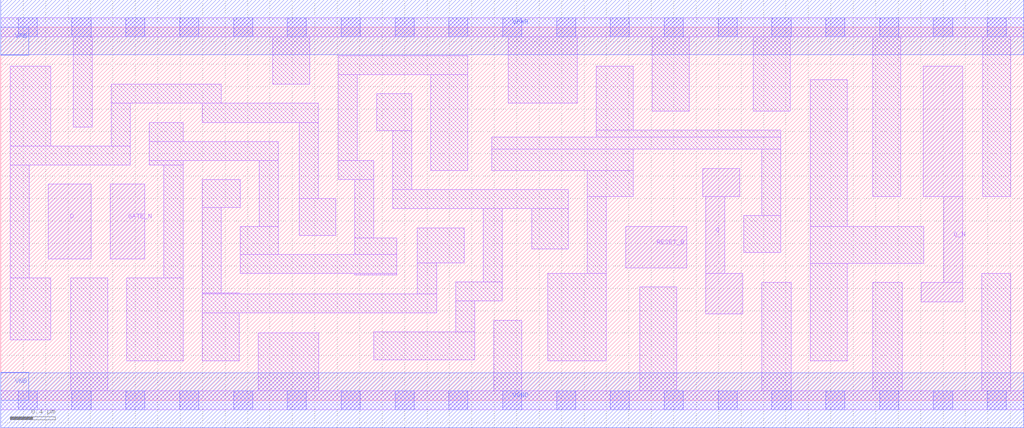
<source format=lef>
# Copyright 2020 The SkyWater PDK Authors
#
# Licensed under the Apache License, Version 2.0 (the "License");
# you may not use this file except in compliance with the License.
# You may obtain a copy of the License at
#
#     https://www.apache.org/licenses/LICENSE-2.0
#
# Unless required by applicable law or agreed to in writing, software
# distributed under the License is distributed on an "AS IS" BASIS,
# WITHOUT WARRANTIES OR CONDITIONS OF ANY KIND, either express or implied.
# See the License for the specific language governing permissions and
# limitations under the License.
#
# SPDX-License-Identifier: Apache-2.0

VERSION 5.5 ;
NAMESCASESENSITIVE ON ;
BUSBITCHARS "[]" ;
DIVIDERCHAR "/" ;
MACRO sky130_fd_sc_ms__dlrbn_2
  CLASS CORE ;
  SOURCE USER ;
  ORIGIN  0.000000  0.000000 ;
  SIZE  9.120000 BY  3.330000 ;
  SYMMETRY X Y ;
  SITE unit ;
  PIN D
    ANTENNAGATEAREA  0.208000 ;
    DIRECTION INPUT ;
    USE SIGNAL ;
    PORT
      LAYER li1 ;
        RECT 0.425000 1.260000 0.805000 1.930000 ;
    END
  END D
  PIN Q
    ANTENNADIFFAREA  0.543200 ;
    DIRECTION OUTPUT ;
    USE SIGNAL ;
    PORT
      LAYER li1 ;
        RECT 6.260000 1.820000 6.590000 2.070000 ;
        RECT 6.285000 0.770000 6.615000 1.130000 ;
        RECT 6.285000 1.130000 6.455000 1.820000 ;
    END
  END Q
  PIN Q_N
    ANTENNADIFFAREA  0.572800 ;
    DIRECTION OUTPUT ;
    USE SIGNAL ;
    PORT
      LAYER li1 ;
        RECT 8.205000 0.880000 8.575000 1.050000 ;
        RECT 8.225000 1.820000 8.575000 2.980000 ;
        RECT 8.405000 1.050000 8.575000 1.820000 ;
    END
  END Q_N
  PIN RESET_B
    ANTENNAGATEAREA  0.279000 ;
    DIRECTION INPUT ;
    USE SIGNAL ;
    PORT
      LAYER li1 ;
        RECT 5.570000 1.180000 6.115000 1.550000 ;
    END
  END RESET_B
  PIN GATE_N
    ANTENNAGATEAREA  0.237000 ;
    DIRECTION INPUT ;
    USE CLOCK ;
    PORT
      LAYER li1 ;
        RECT 0.975000 1.260000 1.285000 1.930000 ;
    END
  END GATE_N
  PIN VGND
    DIRECTION INOUT ;
    USE GROUND ;
    PORT
      LAYER met1 ;
        RECT 0.000000 -0.245000 9.120000 0.245000 ;
    END
  END VGND
  PIN VNB
    DIRECTION INOUT ;
    USE GROUND ;
    PORT
      LAYER met1 ;
        RECT 0.000000 0.000000 0.250000 0.250000 ;
    END
  END VNB
  PIN VPB
    DIRECTION INOUT ;
    USE POWER ;
    PORT
      LAYER met1 ;
        RECT 0.000000 3.080000 0.250000 3.330000 ;
    END
  END VPB
  PIN VPWR
    DIRECTION INOUT ;
    USE POWER ;
    PORT
      LAYER met1 ;
        RECT 0.000000 3.085000 9.120000 3.575000 ;
    END
  END VPWR
  OBS
    LAYER li1 ;
      RECT 0.000000 -0.085000 9.120000 0.085000 ;
      RECT 0.000000  3.245000 9.120000 3.415000 ;
      RECT 0.085000  0.540000 0.445000 1.090000 ;
      RECT 0.085000  1.090000 0.255000 2.100000 ;
      RECT 0.085000  2.100000 1.155000 2.270000 ;
      RECT 0.085000  2.270000 0.445000 2.980000 ;
      RECT 0.625000  0.085000 0.955000 1.090000 ;
      RECT 0.645000  2.440000 0.815000 3.245000 ;
      RECT 0.985000  2.270000 1.155000 2.650000 ;
      RECT 0.985000  2.650000 1.965000 2.820000 ;
      RECT 1.125000  0.350000 1.625000 1.090000 ;
      RECT 1.325000  2.100000 1.625000 2.140000 ;
      RECT 1.325000  2.140000 2.475000 2.310000 ;
      RECT 1.325000  2.310000 1.625000 2.480000 ;
      RECT 1.455000  1.090000 1.625000 2.100000 ;
      RECT 1.795000  0.350000 2.125000 0.780000 ;
      RECT 1.795000  0.780000 3.885000 0.950000 ;
      RECT 1.795000  0.950000 2.125000 0.960000 ;
      RECT 1.795000  0.960000 1.965000 1.720000 ;
      RECT 1.795000  1.720000 2.135000 1.970000 ;
      RECT 1.795000  2.480000 2.830000 2.650000 ;
      RECT 2.135000  1.130000 3.530000 1.300000 ;
      RECT 2.135000  1.300000 2.475000 1.550000 ;
      RECT 2.295000  0.085000 2.835000 0.600000 ;
      RECT 2.305000  1.550000 2.475000 2.140000 ;
      RECT 2.425000  2.820000 2.755000 3.245000 ;
      RECT 2.660000  1.470000 2.985000 1.800000 ;
      RECT 2.660000  1.800000 2.830000 2.480000 ;
      RECT 3.010000  1.970000 3.325000 2.140000 ;
      RECT 3.010000  2.140000 3.180000 2.905000 ;
      RECT 3.010000  2.905000 4.165000 3.075000 ;
      RECT 3.155000  1.120000 3.530000 1.130000 ;
      RECT 3.155000  1.300000 3.530000 1.450000 ;
      RECT 3.155000  1.450000 3.325000 1.970000 ;
      RECT 3.325000  0.360000 4.225000 0.610000 ;
      RECT 3.350000  2.405000 3.665000 2.735000 ;
      RECT 3.495000  1.710000 5.060000 1.880000 ;
      RECT 3.495000  1.880000 3.665000 2.405000 ;
      RECT 3.715000  0.950000 3.885000 1.225000 ;
      RECT 3.715000  1.225000 4.130000 1.540000 ;
      RECT 3.835000  2.050000 4.165000 2.905000 ;
      RECT 4.055000  0.610000 4.225000 0.885000 ;
      RECT 4.055000  0.885000 4.470000 1.055000 ;
      RECT 4.300000  1.055000 4.470000 1.710000 ;
      RECT 4.375000  2.050000 5.640000 2.240000 ;
      RECT 4.375000  2.240000 6.955000 2.350000 ;
      RECT 4.395000  0.085000 4.645000 0.715000 ;
      RECT 4.525000  2.650000 5.140000 3.245000 ;
      RECT 4.735000  1.350000 5.060000 1.710000 ;
      RECT 4.875000  0.350000 5.400000 1.130000 ;
      RECT 5.230000  1.130000 5.400000 1.820000 ;
      RECT 5.230000  1.820000 5.640000 2.050000 ;
      RECT 5.310000  2.350000 6.955000 2.410000 ;
      RECT 5.310000  2.410000 5.640000 2.980000 ;
      RECT 5.695000  0.085000 6.025000 1.010000 ;
      RECT 5.810000  2.580000 6.140000 3.245000 ;
      RECT 6.625000  1.320000 6.955000 1.650000 ;
      RECT 6.710000  2.580000 7.040000 3.245000 ;
      RECT 6.785000  0.085000 7.045000 1.050000 ;
      RECT 6.785000  1.650000 6.955000 2.240000 ;
      RECT 7.215000  0.350000 7.545000 1.220000 ;
      RECT 7.215000  1.220000 8.230000 1.550000 ;
      RECT 7.215000  1.550000 7.545000 2.860000 ;
      RECT 7.775000  0.085000 8.035000 1.050000 ;
      RECT 7.775000  1.820000 8.025000 3.245000 ;
      RECT 8.745000  0.085000 9.005000 1.130000 ;
      RECT 8.755000  1.820000 9.005000 3.245000 ;
    LAYER mcon ;
      RECT 0.155000 -0.085000 0.325000 0.085000 ;
      RECT 0.155000  3.245000 0.325000 3.415000 ;
      RECT 0.635000 -0.085000 0.805000 0.085000 ;
      RECT 0.635000  3.245000 0.805000 3.415000 ;
      RECT 1.115000 -0.085000 1.285000 0.085000 ;
      RECT 1.115000  3.245000 1.285000 3.415000 ;
      RECT 1.595000 -0.085000 1.765000 0.085000 ;
      RECT 1.595000  3.245000 1.765000 3.415000 ;
      RECT 2.075000 -0.085000 2.245000 0.085000 ;
      RECT 2.075000  3.245000 2.245000 3.415000 ;
      RECT 2.555000 -0.085000 2.725000 0.085000 ;
      RECT 2.555000  3.245000 2.725000 3.415000 ;
      RECT 3.035000 -0.085000 3.205000 0.085000 ;
      RECT 3.035000  3.245000 3.205000 3.415000 ;
      RECT 3.515000 -0.085000 3.685000 0.085000 ;
      RECT 3.515000  3.245000 3.685000 3.415000 ;
      RECT 3.995000 -0.085000 4.165000 0.085000 ;
      RECT 3.995000  3.245000 4.165000 3.415000 ;
      RECT 4.475000 -0.085000 4.645000 0.085000 ;
      RECT 4.475000  3.245000 4.645000 3.415000 ;
      RECT 4.955000 -0.085000 5.125000 0.085000 ;
      RECT 4.955000  3.245000 5.125000 3.415000 ;
      RECT 5.435000 -0.085000 5.605000 0.085000 ;
      RECT 5.435000  3.245000 5.605000 3.415000 ;
      RECT 5.915000 -0.085000 6.085000 0.085000 ;
      RECT 5.915000  3.245000 6.085000 3.415000 ;
      RECT 6.395000 -0.085000 6.565000 0.085000 ;
      RECT 6.395000  3.245000 6.565000 3.415000 ;
      RECT 6.875000 -0.085000 7.045000 0.085000 ;
      RECT 6.875000  3.245000 7.045000 3.415000 ;
      RECT 7.355000 -0.085000 7.525000 0.085000 ;
      RECT 7.355000  3.245000 7.525000 3.415000 ;
      RECT 7.835000 -0.085000 8.005000 0.085000 ;
      RECT 7.835000  3.245000 8.005000 3.415000 ;
      RECT 8.315000 -0.085000 8.485000 0.085000 ;
      RECT 8.315000  3.245000 8.485000 3.415000 ;
      RECT 8.795000 -0.085000 8.965000 0.085000 ;
      RECT 8.795000  3.245000 8.965000 3.415000 ;
  END
END sky130_fd_sc_ms__dlrbn_2

</source>
